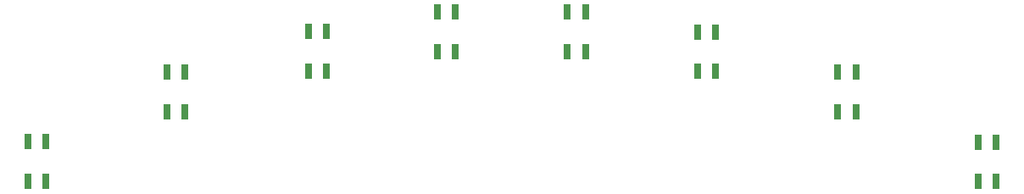
<source format=gbp>
G04*
G04 #@! TF.GenerationSoftware,Altium Limited,Altium Designer,23.10.1 (27)*
G04*
G04 Layer_Color=128*
%FSLAX44Y44*%
%MOMM*%
G71*
G04*
G04 #@! TF.SameCoordinates,E985FA8A-299A-4084-AA3F-4317102C53E2*
G04*
G04*
G04 #@! TF.FilePolarity,Positive*
G04*
G01*
G75*
%ADD73R,0.6900X1.5700*%
D73*
X491000Y879750D02*
D03*
X509000D02*
D03*
X491000Y840250D02*
D03*
X509000D02*
D03*
X352000Y810000D02*
D03*
X370000D02*
D03*
X352000Y770500D02*
D03*
X370000D02*
D03*
X632000Y920000D02*
D03*
X650000D02*
D03*
X632000Y880500D02*
D03*
X650000D02*
D03*
X761000Y939750D02*
D03*
X779000D02*
D03*
X761000Y900250D02*
D03*
X779000D02*
D03*
X891000Y939750D02*
D03*
X909000D02*
D03*
X891000Y900250D02*
D03*
X909000D02*
D03*
X1301000Y809750D02*
D03*
X1319000D02*
D03*
X1301000Y770250D02*
D03*
X1319000D02*
D03*
X1161000Y879750D02*
D03*
X1179000D02*
D03*
X1161000Y840250D02*
D03*
X1179000D02*
D03*
X1021000Y919750D02*
D03*
X1039000D02*
D03*
X1021000Y880250D02*
D03*
X1039000D02*
D03*
M02*

</source>
